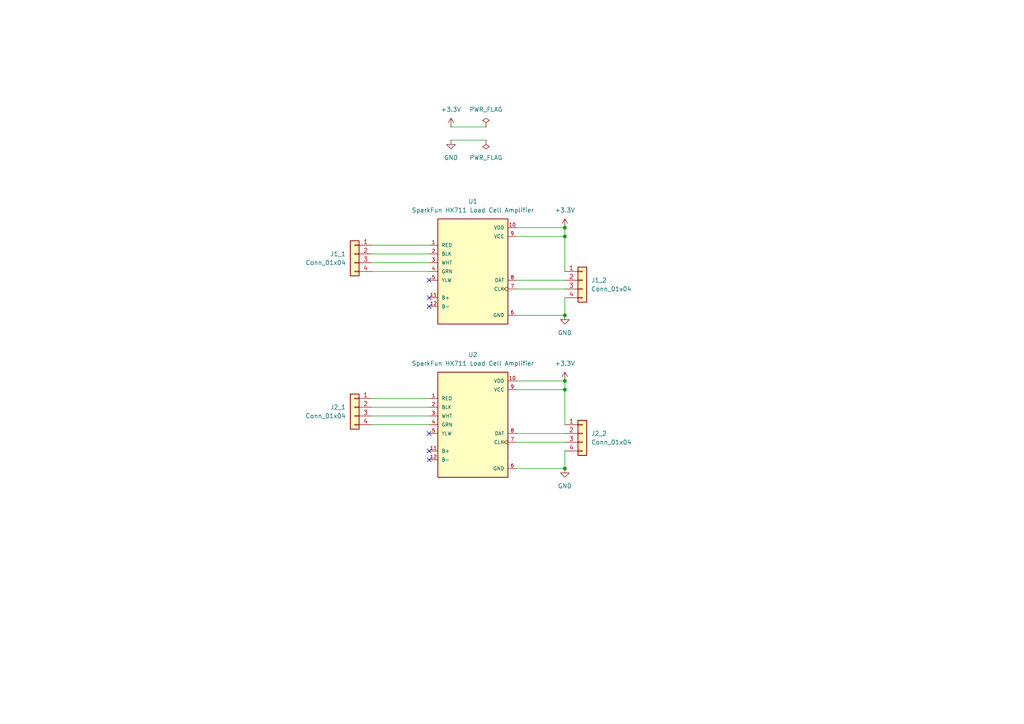
<source format=kicad_sch>
(kicad_sch
	(version 20231120)
	(generator "eeschema")
	(generator_version "8.0")
	(uuid "8f49586a-a357-465f-a327-467aa88bce75")
	(paper "A4")
	(title_block
		(title "ScaleModule")
		(date "2024-04-21")
		(rev "v0.1")
		(comment 1 "PSH Portable Smart Hangboard")
		(comment 2 "April 2024")
	)
	(lib_symbols
		(symbol "Connector_Generic:Conn_01x04"
			(pin_names
				(offset 1.016) hide)
			(exclude_from_sim no)
			(in_bom yes)
			(on_board yes)
			(property "Reference" "J"
				(at 0 5.08 0)
				(effects
					(font
						(size 1.27 1.27)
					)
				)
			)
			(property "Value" "Conn_01x04"
				(at 0 -7.62 0)
				(effects
					(font
						(size 1.27 1.27)
					)
				)
			)
			(property "Footprint" ""
				(at 0 0 0)
				(effects
					(font
						(size 1.27 1.27)
					)
					(hide yes)
				)
			)
			(property "Datasheet" "~"
				(at 0 0 0)
				(effects
					(font
						(size 1.27 1.27)
					)
					(hide yes)
				)
			)
			(property "Description" "Generic connector, single row, 01x04, script generated (kicad-library-utils/schlib/autogen/connector/)"
				(at 0 0 0)
				(effects
					(font
						(size 1.27 1.27)
					)
					(hide yes)
				)
			)
			(property "ki_keywords" "connector"
				(at 0 0 0)
				(effects
					(font
						(size 1.27 1.27)
					)
					(hide yes)
				)
			)
			(property "ki_fp_filters" "Connector*:*_1x??_*"
				(at 0 0 0)
				(effects
					(font
						(size 1.27 1.27)
					)
					(hide yes)
				)
			)
			(symbol "Conn_01x04_1_1"
				(rectangle
					(start -1.27 -4.953)
					(end 0 -5.207)
					(stroke
						(width 0.1524)
						(type default)
					)
					(fill
						(type none)
					)
				)
				(rectangle
					(start -1.27 -2.413)
					(end 0 -2.667)
					(stroke
						(width 0.1524)
						(type default)
					)
					(fill
						(type none)
					)
				)
				(rectangle
					(start -1.27 0.127)
					(end 0 -0.127)
					(stroke
						(width 0.1524)
						(type default)
					)
					(fill
						(type none)
					)
				)
				(rectangle
					(start -1.27 2.667)
					(end 0 2.413)
					(stroke
						(width 0.1524)
						(type default)
					)
					(fill
						(type none)
					)
				)
				(rectangle
					(start -1.27 3.81)
					(end 1.27 -6.35)
					(stroke
						(width 0.254)
						(type default)
					)
					(fill
						(type background)
					)
				)
				(pin passive line
					(at -5.08 2.54 0)
					(length 3.81)
					(name "Pin_1"
						(effects
							(font
								(size 1.27 1.27)
							)
						)
					)
					(number "1"
						(effects
							(font
								(size 1.27 1.27)
							)
						)
					)
				)
				(pin passive line
					(at -5.08 0 0)
					(length 3.81)
					(name "Pin_2"
						(effects
							(font
								(size 1.27 1.27)
							)
						)
					)
					(number "2"
						(effects
							(font
								(size 1.27 1.27)
							)
						)
					)
				)
				(pin passive line
					(at -5.08 -2.54 0)
					(length 3.81)
					(name "Pin_3"
						(effects
							(font
								(size 1.27 1.27)
							)
						)
					)
					(number "3"
						(effects
							(font
								(size 1.27 1.27)
							)
						)
					)
				)
				(pin passive line
					(at -5.08 -5.08 0)
					(length 3.81)
					(name "Pin_4"
						(effects
							(font
								(size 1.27 1.27)
							)
						)
					)
					(number "4"
						(effects
							(font
								(size 1.27 1.27)
							)
						)
					)
				)
			)
		)
		(symbol "SparkFun HX711 Load Cell Amplifier:SparkFun HX711 Load Cell Amplifier"
			(pin_names
				(offset 1.016)
			)
			(exclude_from_sim no)
			(in_bom yes)
			(on_board yes)
			(property "Reference" "U"
				(at -10.172 15.8938 0)
				(effects
					(font
						(size 1.27 1.27)
					)
					(justify left bottom)
				)
			)
			(property "Value" "SparkFun HX711 Load Cell Amplifier"
				(at -10.1639 -17.7868 0)
				(effects
					(font
						(size 1.27 1.27)
					)
					(justify left bottom)
				)
			)
			(property "Footprint" "SEN-13879:SPARKFUN_SEN-13879"
				(at 0 0 0)
				(effects
					(font
						(size 1.27 1.27)
					)
					(justify bottom)
					(hide yes)
				)
			)
			(property "Datasheet" ""
				(at 0 0 0)
				(effects
					(font
						(size 1.27 1.27)
					)
					(hide yes)
				)
			)
			(property "Description" ""
				(at 0 0 0)
				(effects
					(font
						(size 1.27 1.27)
					)
					(hide yes)
				)
			)
			(property "MF" "SparkFun"
				(at 0 0 0)
				(effects
					(font
						(size 1.27 1.27)
					)
					(justify bottom)
					(hide yes)
				)
			)
			(property "Description_1" "\nExternal Input Sensor Amplifier -\n"
				(at 0 0 0)
				(effects
					(font
						(size 1.27 1.27)
					)
					(justify bottom)
					(hide yes)
				)
			)
			(property "Package" "None"
				(at 0 0 0)
				(effects
					(font
						(size 1.27 1.27)
					)
					(justify bottom)
					(hide yes)
				)
			)
			(property "Price" "None"
				(at 0 0 0)
				(effects
					(font
						(size 1.27 1.27)
					)
					(justify bottom)
					(hide yes)
				)
			)
			(property "Check_prices" "https://www.snapeda.com/parts/SEN-13879/SparkFun+Electronics/view-part/?ref=eda"
				(at 0 0 0)
				(effects
					(font
						(size 1.27 1.27)
					)
					(justify bottom)
					(hide yes)
				)
			)
			(property "STANDARD" "Manufacturer Recommendations"
				(at 0 0 0)
				(effects
					(font
						(size 1.27 1.27)
					)
					(justify bottom)
					(hide yes)
				)
			)
			(property "SnapEDA_Link" "https://www.snapeda.com/parts/SEN-13879/SparkFun+Electronics/view-part/?ref=snap"
				(at 0 0 0)
				(effects
					(font
						(size 1.27 1.27)
					)
					(justify bottom)
					(hide yes)
				)
			)
			(property "MP" "SEN-13879"
				(at 0 0 0)
				(effects
					(font
						(size 1.27 1.27)
					)
					(justify bottom)
					(hide yes)
				)
			)
			(property "Purchase-URL" "https://www.snapeda.com/api/url_track_click_mouser/?unipart_id=563337&manufacturer=SparkFun&part_name=SEN-13879&search_term=hx711 load cell amplifier"
				(at 0 0 0)
				(effects
					(font
						(size 1.27 1.27)
					)
					(justify bottom)
					(hide yes)
				)
			)
			(property "Availability" "In Stock"
				(at 0 0 0)
				(effects
					(font
						(size 1.27 1.27)
					)
					(justify bottom)
					(hide yes)
				)
			)
			(property "MANUFACTURER" "SparkFun"
				(at 0 0 0)
				(effects
					(font
						(size 1.27 1.27)
					)
					(justify bottom)
					(hide yes)
				)
			)
			(symbol "SparkFun HX711 Load Cell Amplifier_0_0"
				(rectangle
					(start -10.16 -15.24)
					(end 10.16 15.24)
					(stroke
						(width 0.254)
						(type default)
					)
					(fill
						(type background)
					)
				)
				(pin bidirectional line
					(at -12.7 7.62 0)
					(length 2.54)
					(name "RED"
						(effects
							(font
								(size 1.016 1.016)
							)
						)
					)
					(number "1"
						(effects
							(font
								(size 1.016 1.016)
							)
						)
					)
				)
				(pin power_in line
					(at 12.7 12.7 180)
					(length 2.54)
					(name "VDD"
						(effects
							(font
								(size 1.016 1.016)
							)
						)
					)
					(number "10"
						(effects
							(font
								(size 1.016 1.016)
							)
						)
					)
				)
				(pin input line
					(at -12.7 -7.62 0)
					(length 2.54)
					(name "B+"
						(effects
							(font
								(size 1.016 1.016)
							)
						)
					)
					(number "11"
						(effects
							(font
								(size 1.016 1.016)
							)
						)
					)
				)
				(pin input line
					(at -12.7 -10.16 0)
					(length 2.54)
					(name "B-"
						(effects
							(font
								(size 1.016 1.016)
							)
						)
					)
					(number "12"
						(effects
							(font
								(size 1.016 1.016)
							)
						)
					)
				)
				(pin bidirectional line
					(at -12.7 5.08 0)
					(length 2.54)
					(name "BLK"
						(effects
							(font
								(size 1.016 1.016)
							)
						)
					)
					(number "2"
						(effects
							(font
								(size 1.016 1.016)
							)
						)
					)
				)
				(pin input line
					(at -12.7 2.54 0)
					(length 2.54)
					(name "WHT"
						(effects
							(font
								(size 1.016 1.016)
							)
						)
					)
					(number "3"
						(effects
							(font
								(size 1.016 1.016)
							)
						)
					)
				)
				(pin input line
					(at -12.7 0 0)
					(length 2.54)
					(name "GRN"
						(effects
							(font
								(size 1.016 1.016)
							)
						)
					)
					(number "4"
						(effects
							(font
								(size 1.016 1.016)
							)
						)
					)
				)
				(pin bidirectional line
					(at -12.7 -2.54 0)
					(length 2.54)
					(name "YLW"
						(effects
							(font
								(size 1.016 1.016)
							)
						)
					)
					(number "5"
						(effects
							(font
								(size 1.016 1.016)
							)
						)
					)
				)
				(pin power_in line
					(at 12.7 -12.7 180)
					(length 2.54)
					(name "GND"
						(effects
							(font
								(size 1.016 1.016)
							)
						)
					)
					(number "6"
						(effects
							(font
								(size 1.016 1.016)
							)
						)
					)
				)
				(pin input clock
					(at 12.7 -5.08 180)
					(length 2.54)
					(name "CLK"
						(effects
							(font
								(size 1.016 1.016)
							)
						)
					)
					(number "7"
						(effects
							(font
								(size 1.016 1.016)
							)
						)
					)
				)
				(pin output line
					(at 12.7 -2.54 180)
					(length 2.54)
					(name "DAT"
						(effects
							(font
								(size 1.016 1.016)
							)
						)
					)
					(number "8"
						(effects
							(font
								(size 1.016 1.016)
							)
						)
					)
				)
				(pin power_in line
					(at 12.7 10.16 180)
					(length 2.54)
					(name "VCC"
						(effects
							(font
								(size 1.016 1.016)
							)
						)
					)
					(number "9"
						(effects
							(font
								(size 1.016 1.016)
							)
						)
					)
				)
			)
		)
		(symbol "power:+3.3V"
			(power)
			(pin_numbers hide)
			(pin_names
				(offset 0) hide)
			(exclude_from_sim no)
			(in_bom yes)
			(on_board yes)
			(property "Reference" "#PWR"
				(at 0 -3.81 0)
				(effects
					(font
						(size 1.27 1.27)
					)
					(hide yes)
				)
			)
			(property "Value" "+3.3V"
				(at 0 3.556 0)
				(effects
					(font
						(size 1.27 1.27)
					)
				)
			)
			(property "Footprint" ""
				(at 0 0 0)
				(effects
					(font
						(size 1.27 1.27)
					)
					(hide yes)
				)
			)
			(property "Datasheet" ""
				(at 0 0 0)
				(effects
					(font
						(size 1.27 1.27)
					)
					(hide yes)
				)
			)
			(property "Description" "Power symbol creates a global label with name \"+3.3V\""
				(at 0 0 0)
				(effects
					(font
						(size 1.27 1.27)
					)
					(hide yes)
				)
			)
			(property "ki_keywords" "global power"
				(at 0 0 0)
				(effects
					(font
						(size 1.27 1.27)
					)
					(hide yes)
				)
			)
			(symbol "+3.3V_0_1"
				(polyline
					(pts
						(xy -0.762 1.27) (xy 0 2.54)
					)
					(stroke
						(width 0)
						(type default)
					)
					(fill
						(type none)
					)
				)
				(polyline
					(pts
						(xy 0 0) (xy 0 2.54)
					)
					(stroke
						(width 0)
						(type default)
					)
					(fill
						(type none)
					)
				)
				(polyline
					(pts
						(xy 0 2.54) (xy 0.762 1.27)
					)
					(stroke
						(width 0)
						(type default)
					)
					(fill
						(type none)
					)
				)
			)
			(symbol "+3.3V_1_1"
				(pin power_in line
					(at 0 0 90)
					(length 0)
					(name "~"
						(effects
							(font
								(size 1.27 1.27)
							)
						)
					)
					(number "1"
						(effects
							(font
								(size 1.27 1.27)
							)
						)
					)
				)
			)
		)
		(symbol "power:GND"
			(power)
			(pin_numbers hide)
			(pin_names
				(offset 0) hide)
			(exclude_from_sim no)
			(in_bom yes)
			(on_board yes)
			(property "Reference" "#PWR"
				(at 0 -6.35 0)
				(effects
					(font
						(size 1.27 1.27)
					)
					(hide yes)
				)
			)
			(property "Value" "GND"
				(at 0 -3.81 0)
				(effects
					(font
						(size 1.27 1.27)
					)
				)
			)
			(property "Footprint" ""
				(at 0 0 0)
				(effects
					(font
						(size 1.27 1.27)
					)
					(hide yes)
				)
			)
			(property "Datasheet" ""
				(at 0 0 0)
				(effects
					(font
						(size 1.27 1.27)
					)
					(hide yes)
				)
			)
			(property "Description" "Power symbol creates a global label with name \"GND\" , ground"
				(at 0 0 0)
				(effects
					(font
						(size 1.27 1.27)
					)
					(hide yes)
				)
			)
			(property "ki_keywords" "global power"
				(at 0 0 0)
				(effects
					(font
						(size 1.27 1.27)
					)
					(hide yes)
				)
			)
			(symbol "GND_0_1"
				(polyline
					(pts
						(xy 0 0) (xy 0 -1.27) (xy 1.27 -1.27) (xy 0 -2.54) (xy -1.27 -1.27) (xy 0 -1.27)
					)
					(stroke
						(width 0)
						(type default)
					)
					(fill
						(type none)
					)
				)
			)
			(symbol "GND_1_1"
				(pin power_in line
					(at 0 0 270)
					(length 0)
					(name "~"
						(effects
							(font
								(size 1.27 1.27)
							)
						)
					)
					(number "1"
						(effects
							(font
								(size 1.27 1.27)
							)
						)
					)
				)
			)
		)
		(symbol "power:PWR_FLAG"
			(power)
			(pin_numbers hide)
			(pin_names
				(offset 0) hide)
			(exclude_from_sim no)
			(in_bom yes)
			(on_board yes)
			(property "Reference" "#FLG"
				(at 0 1.905 0)
				(effects
					(font
						(size 1.27 1.27)
					)
					(hide yes)
				)
			)
			(property "Value" "PWR_FLAG"
				(at 0 3.81 0)
				(effects
					(font
						(size 1.27 1.27)
					)
				)
			)
			(property "Footprint" ""
				(at 0 0 0)
				(effects
					(font
						(size 1.27 1.27)
					)
					(hide yes)
				)
			)
			(property "Datasheet" "~"
				(at 0 0 0)
				(effects
					(font
						(size 1.27 1.27)
					)
					(hide yes)
				)
			)
			(property "Description" "Special symbol for telling ERC where power comes from"
				(at 0 0 0)
				(effects
					(font
						(size 1.27 1.27)
					)
					(hide yes)
				)
			)
			(property "ki_keywords" "flag power"
				(at 0 0 0)
				(effects
					(font
						(size 1.27 1.27)
					)
					(hide yes)
				)
			)
			(symbol "PWR_FLAG_0_0"
				(pin power_out line
					(at 0 0 90)
					(length 0)
					(name "~"
						(effects
							(font
								(size 1.27 1.27)
							)
						)
					)
					(number "1"
						(effects
							(font
								(size 1.27 1.27)
							)
						)
					)
				)
			)
			(symbol "PWR_FLAG_0_1"
				(polyline
					(pts
						(xy 0 0) (xy 0 1.27) (xy -1.016 1.905) (xy 0 2.54) (xy 1.016 1.905) (xy 0 1.27)
					)
					(stroke
						(width 0)
						(type default)
					)
					(fill
						(type none)
					)
				)
			)
		)
	)
	(junction
		(at 163.83 113.03)
		(diameter 0)
		(color 0 0 0 0)
		(uuid "378bf131-56b2-4407-a69f-2666c382e497")
	)
	(junction
		(at 163.83 91.44)
		(diameter 0)
		(color 0 0 0 0)
		(uuid "a168c438-5766-4ab2-8aa4-9fc6b80c39e5")
	)
	(junction
		(at 163.83 110.49)
		(diameter 0)
		(color 0 0 0 0)
		(uuid "b1d83d0d-8e87-461d-854e-e17faa81ea33")
	)
	(junction
		(at 163.83 135.89)
		(diameter 0)
		(color 0 0 0 0)
		(uuid "c2fc6f20-000a-45e6-8b85-4cb2d143e006")
	)
	(junction
		(at 163.83 68.58)
		(diameter 0)
		(color 0 0 0 0)
		(uuid "df3e998d-f99e-4513-9d6a-d5b44d69e87d")
	)
	(junction
		(at 163.83 66.04)
		(diameter 0)
		(color 0 0 0 0)
		(uuid "f75cf060-8ae3-4e8d-98fc-ec499dc5d2a2")
	)
	(no_connect
		(at 124.46 86.36)
		(uuid "0289b8ec-3da3-44e7-84bc-b6f7645bc47e")
	)
	(no_connect
		(at 124.46 133.35)
		(uuid "0471f4a5-7091-48e9-80ec-0f14f4a4e311")
	)
	(no_connect
		(at 124.46 130.81)
		(uuid "2de08cba-fd70-42ac-a5fb-b82d4b2a3145")
	)
	(no_connect
		(at 124.46 125.73)
		(uuid "36e15ae0-28ba-4bc1-8e7f-27d648ae5892")
	)
	(no_connect
		(at 124.46 88.9)
		(uuid "b1251d37-6bb4-4029-ad94-d6dae318e75b")
	)
	(no_connect
		(at 124.46 81.28)
		(uuid "b75b1ff4-bad4-4159-8636-c77fef0ea2b6")
	)
	(wire
		(pts
			(xy 107.95 73.66) (xy 124.46 73.66)
		)
		(stroke
			(width 0)
			(type default)
		)
		(uuid "01c92b24-0531-4f84-ac4d-9f7df4e4dbd6")
	)
	(wire
		(pts
			(xy 149.86 113.03) (xy 163.83 113.03)
		)
		(stroke
			(width 0)
			(type default)
		)
		(uuid "0876bef9-6b61-43a0-83bf-fa631ddc224a")
	)
	(wire
		(pts
			(xy 149.86 135.89) (xy 163.83 135.89)
		)
		(stroke
			(width 0)
			(type default)
		)
		(uuid "0891e1d6-4b5a-4ab1-896d-a34c03991c4a")
	)
	(wire
		(pts
			(xy 149.86 128.27) (xy 163.83 128.27)
		)
		(stroke
			(width 0)
			(type default)
		)
		(uuid "0f475177-7945-43fc-9b04-7a81797e3894")
	)
	(wire
		(pts
			(xy 107.95 123.19) (xy 124.46 123.19)
		)
		(stroke
			(width 0)
			(type default)
		)
		(uuid "255e880c-1c4e-4a90-bdfa-3c4269fb8ff8")
	)
	(wire
		(pts
			(xy 163.83 68.58) (xy 163.83 66.04)
		)
		(stroke
			(width 0)
			(type default)
		)
		(uuid "386352e4-0631-49a9-837e-c96fbda04ab7")
	)
	(wire
		(pts
			(xy 149.86 110.49) (xy 163.83 110.49)
		)
		(stroke
			(width 0)
			(type default)
		)
		(uuid "3fc7535c-6845-47b8-8481-2f27cf561bba")
	)
	(wire
		(pts
			(xy 107.95 78.74) (xy 124.46 78.74)
		)
		(stroke
			(width 0)
			(type default)
		)
		(uuid "44309f33-03f0-4ded-ac5e-ddd62bd07858")
	)
	(wire
		(pts
			(xy 140.97 40.64) (xy 130.81 40.64)
		)
		(stroke
			(width 0)
			(type default)
		)
		(uuid "55702232-8314-4e0e-a1ce-ddbece816d67")
	)
	(wire
		(pts
			(xy 149.86 125.73) (xy 163.83 125.73)
		)
		(stroke
			(width 0)
			(type default)
		)
		(uuid "55c1d65a-da65-4b65-a172-24143c5fbf2f")
	)
	(wire
		(pts
			(xy 107.95 71.12) (xy 124.46 71.12)
		)
		(stroke
			(width 0)
			(type default)
		)
		(uuid "5970c0ab-79aa-4d6c-a655-1ea84674428a")
	)
	(wire
		(pts
			(xy 149.86 66.04) (xy 163.83 66.04)
		)
		(stroke
			(width 0)
			(type default)
		)
		(uuid "5cbd2778-bf52-4f81-8885-4f5e182b6548")
	)
	(wire
		(pts
			(xy 140.97 36.83) (xy 130.81 36.83)
		)
		(stroke
			(width 0)
			(type default)
		)
		(uuid "5e6e930e-6b50-40f6-9c7f-199f05270a54")
	)
	(wire
		(pts
			(xy 107.95 115.57) (xy 124.46 115.57)
		)
		(stroke
			(width 0)
			(type default)
		)
		(uuid "63656441-1e1b-4c74-901f-a472301cdb37")
	)
	(wire
		(pts
			(xy 163.83 86.36) (xy 163.83 91.44)
		)
		(stroke
			(width 0)
			(type default)
		)
		(uuid "63addfd0-90c3-4d0b-b282-19b83fcaa766")
	)
	(wire
		(pts
			(xy 163.83 130.81) (xy 163.83 135.89)
		)
		(stroke
			(width 0)
			(type default)
		)
		(uuid "66db7138-f009-49a6-9639-ecba4084885e")
	)
	(wire
		(pts
			(xy 107.95 76.2) (xy 124.46 76.2)
		)
		(stroke
			(width 0)
			(type default)
		)
		(uuid "6adc3feb-211b-4901-8816-cf00f25c91fd")
	)
	(wire
		(pts
			(xy 149.86 91.44) (xy 163.83 91.44)
		)
		(stroke
			(width 0)
			(type default)
		)
		(uuid "72398f73-d5d7-43c5-8428-438c0b933b0d")
	)
	(wire
		(pts
			(xy 107.95 118.11) (xy 124.46 118.11)
		)
		(stroke
			(width 0)
			(type default)
		)
		(uuid "725e9365-8036-4369-a390-fe6bf01c86cb")
	)
	(wire
		(pts
			(xy 149.86 81.28) (xy 163.83 81.28)
		)
		(stroke
			(width 0)
			(type default)
		)
		(uuid "725f617b-2a4c-47e1-a567-3df9d2361fb6")
	)
	(wire
		(pts
			(xy 163.83 113.03) (xy 163.83 123.19)
		)
		(stroke
			(width 0)
			(type default)
		)
		(uuid "87892b63-dec1-4f0c-987f-692c0607f0c6")
	)
	(wire
		(pts
			(xy 163.83 110.49) (xy 163.83 113.03)
		)
		(stroke
			(width 0)
			(type default)
		)
		(uuid "c3b39e6c-659b-4863-99b1-4c0734fcf6c2")
	)
	(wire
		(pts
			(xy 149.86 83.82) (xy 163.83 83.82)
		)
		(stroke
			(width 0)
			(type default)
		)
		(uuid "ced81402-dea2-4a9c-86f4-cf2a2d8b45f8")
	)
	(wire
		(pts
			(xy 163.83 78.74) (xy 163.83 68.58)
		)
		(stroke
			(width 0)
			(type default)
		)
		(uuid "d5fe04be-ea72-4da4-919e-543320f6d7f0")
	)
	(wire
		(pts
			(xy 107.95 120.65) (xy 124.46 120.65)
		)
		(stroke
			(width 0)
			(type default)
		)
		(uuid "e701de8b-f9d8-43a8-ad22-173734050e7b")
	)
	(wire
		(pts
			(xy 149.86 68.58) (xy 163.83 68.58)
		)
		(stroke
			(width 0)
			(type default)
		)
		(uuid "f850dfde-be39-4cec-9fce-53cb2a07d89d")
	)
	(symbol
		(lib_id "power:+3.3V")
		(at 130.81 36.83 0)
		(unit 1)
		(exclude_from_sim no)
		(in_bom yes)
		(on_board yes)
		(dnp no)
		(fields_autoplaced yes)
		(uuid "44e1c747-c65d-4e3e-bfb2-fe5088bf0ac1")
		(property "Reference" "#PWR01"
			(at 130.81 40.64 0)
			(effects
				(font
					(size 1.27 1.27)
				)
				(hide yes)
			)
		)
		(property "Value" "+3.3V"
			(at 130.81 31.75 0)
			(effects
				(font
					(size 1.27 1.27)
				)
			)
		)
		(property "Footprint" ""
			(at 130.81 36.83 0)
			(effects
				(font
					(size 1.27 1.27)
				)
				(hide yes)
			)
		)
		(property "Datasheet" ""
			(at 130.81 36.83 0)
			(effects
				(font
					(size 1.27 1.27)
				)
				(hide yes)
			)
		)
		(property "Description" "Power symbol creates a global label with name \"+3.3V\""
			(at 130.81 36.83 0)
			(effects
				(font
					(size 1.27 1.27)
				)
				(hide yes)
			)
		)
		(pin "1"
			(uuid "94eec614-2c53-4fa2-acfd-2fbe4bacf96e")
		)
		(instances
			(project "ScaleModule"
				(path "/8f49586a-a357-465f-a327-467aa88bce75"
					(reference "#PWR01")
					(unit 1)
				)
			)
		)
	)
	(symbol
		(lib_id "Connector_Generic:Conn_01x04")
		(at 168.91 81.28 0)
		(unit 1)
		(exclude_from_sim no)
		(in_bom yes)
		(on_board yes)
		(dnp no)
		(fields_autoplaced yes)
		(uuid "4f8b8a61-2d56-4bcf-8bea-2727de4f00cc")
		(property "Reference" "J1_2"
			(at 171.45 81.2799 0)
			(effects
				(font
					(size 1.27 1.27)
				)
				(justify left)
			)
		)
		(property "Value" "Conn_01x04"
			(at 171.45 83.8199 0)
			(effects
				(font
					(size 1.27 1.27)
				)
				(justify left)
			)
		)
		(property "Footprint" "Connector_JST:JST_XH_B4B-XH-A_1x04_P2.50mm_Vertical"
			(at 168.91 81.28 0)
			(effects
				(font
					(size 1.27 1.27)
				)
				(hide yes)
			)
		)
		(property "Datasheet" "~"
			(at 168.91 81.28 0)
			(effects
				(font
					(size 1.27 1.27)
				)
				(hide yes)
			)
		)
		(property "Description" "Generic connector, single row, 01x04, script generated (kicad-library-utils/schlib/autogen/connector/)"
			(at 168.91 81.28 0)
			(effects
				(font
					(size 1.27 1.27)
				)
				(hide yes)
			)
		)
		(property "MAXIMUM_PACKAGE_HEIGHT" ""
			(at 168.91 81.28 0)
			(effects
				(font
					(size 1.27 1.27)
				)
				(hide yes)
			)
		)
		(property "PARTREV" ""
			(at 168.91 81.28 0)
			(effects
				(font
					(size 1.27 1.27)
				)
				(hide yes)
			)
		)
		(pin "1"
			(uuid "79122bae-dbfe-4276-a119-b01355e6310b")
		)
		(pin "4"
			(uuid "970c6a8f-0d93-41ee-b2da-97b96ebc5c52")
		)
		(pin "3"
			(uuid "92a0d631-1573-4aac-b008-36c5c8c46625")
		)
		(pin "2"
			(uuid "47ddc071-4e21-43c6-a4da-8a4424458a0a")
		)
		(instances
			(project "ScaleModule"
				(path "/8f49586a-a357-465f-a327-467aa88bce75"
					(reference "J1_2")
					(unit 1)
				)
			)
		)
	)
	(symbol
		(lib_id "Connector_Generic:Conn_01x04")
		(at 168.91 125.73 0)
		(unit 1)
		(exclude_from_sim no)
		(in_bom yes)
		(on_board yes)
		(dnp no)
		(fields_autoplaced yes)
		(uuid "52f276e1-6615-4616-b7fd-f18dd4b3c95a")
		(property "Reference" "J2_2"
			(at 171.45 125.7299 0)
			(effects
				(font
					(size 1.27 1.27)
				)
				(justify left)
			)
		)
		(property "Value" "Conn_01x04"
			(at 171.45 128.2699 0)
			(effects
				(font
					(size 1.27 1.27)
				)
				(justify left)
			)
		)
		(property "Footprint" "Connector_JST:JST_XH_B4B-XH-A_1x04_P2.50mm_Vertical"
			(at 168.91 125.73 0)
			(effects
				(font
					(size 1.27 1.27)
				)
				(hide yes)
			)
		)
		(property "Datasheet" "~"
			(at 168.91 125.73 0)
			(effects
				(font
					(size 1.27 1.27)
				)
				(hide yes)
			)
		)
		(property "Description" "Generic connector, single row, 01x04, script generated (kicad-library-utils/schlib/autogen/connector/)"
			(at 168.91 125.73 0)
			(effects
				(font
					(size 1.27 1.27)
				)
				(hide yes)
			)
		)
		(property "MAXIMUM_PACKAGE_HEIGHT" ""
			(at 168.91 125.73 0)
			(effects
				(font
					(size 1.27 1.27)
				)
				(hide yes)
			)
		)
		(property "PARTREV" ""
			(at 168.91 125.73 0)
			(effects
				(font
					(size 1.27 1.27)
				)
				(hide yes)
			)
		)
		(pin "3"
			(uuid "effd0d4e-cded-44db-9260-dd07a15e6766")
		)
		(pin "2"
			(uuid "7a948410-c371-4b26-af60-3753c330774e")
		)
		(pin "1"
			(uuid "5b155a65-2b76-4e6d-905b-5710b1e4ee59")
		)
		(pin "4"
			(uuid "90d9d830-c202-4a39-83e4-02bfc368abfe")
		)
		(instances
			(project "ScaleModule"
				(path "/8f49586a-a357-465f-a327-467aa88bce75"
					(reference "J2_2")
					(unit 1)
				)
			)
		)
	)
	(symbol
		(lib_id "SparkFun HX711 Load Cell Amplifier:SparkFun HX711 Load Cell Amplifier")
		(at 137.16 123.19 0)
		(unit 1)
		(exclude_from_sim no)
		(in_bom yes)
		(on_board yes)
		(dnp no)
		(uuid "5b72f076-06ee-4772-bf15-c75875dc4f38")
		(property "Reference" "U2"
			(at 137.16 102.87 0)
			(effects
				(font
					(size 1.27 1.27)
				)
			)
		)
		(property "Value" "SparkFun HX711 Load Cell Amplifier"
			(at 137.16 105.41 0)
			(effects
				(font
					(size 1.27 1.27)
				)
			)
		)
		(property "Footprint" "Footprints:SparkFun HX711 Load Cell Amplifier"
			(at 137.16 123.19 0)
			(effects
				(font
					(size 1.27 1.27)
				)
				(justify bottom)
				(hide yes)
			)
		)
		(property "Datasheet" ""
			(at 137.16 123.19 0)
			(effects
				(font
					(size 1.27 1.27)
				)
				(hide yes)
			)
		)
		(property "Description" ""
			(at 137.16 123.19 0)
			(effects
				(font
					(size 1.27 1.27)
				)
				(hide yes)
			)
		)
		(property "MF" "SparkFun"
			(at 137.16 123.19 0)
			(effects
				(font
					(size 1.27 1.27)
				)
				(justify bottom)
				(hide yes)
			)
		)
		(property "Description_1" "\nExternal Input Sensor Amplifier -\n"
			(at 137.16 123.19 0)
			(effects
				(font
					(size 1.27 1.27)
				)
				(justify bottom)
				(hide yes)
			)
		)
		(property "Package" "None"
			(at 137.16 123.19 0)
			(effects
				(font
					(size 1.27 1.27)
				)
				(justify bottom)
				(hide yes)
			)
		)
		(property "Price" "None"
			(at 137.16 123.19 0)
			(effects
				(font
					(size 1.27 1.27)
				)
				(justify bottom)
				(hide yes)
			)
		)
		(property "Check_prices" "https://www.snapeda.com/parts/SEN-13879/SparkFun+Electronics/view-part/?ref=eda"
			(at 137.16 123.19 0)
			(effects
				(font
					(size 1.27 1.27)
				)
				(justify bottom)
				(hide yes)
			)
		)
		(property "STANDARD" "Manufacturer Recommendations"
			(at 137.16 123.19 0)
			(effects
				(font
					(size 1.27 1.27)
				)
				(justify bottom)
				(hide yes)
			)
		)
		(property "SnapEDA_Link" "https://www.snapeda.com/parts/SEN-13879/SparkFun+Electronics/view-part/?ref=snap"
			(at 137.16 123.19 0)
			(effects
				(font
					(size 1.27 1.27)
				)
				(justify bottom)
				(hide yes)
			)
		)
		(property "MP" "SEN-13879"
			(at 137.16 123.19 0)
			(effects
				(font
					(size 1.27 1.27)
				)
				(justify bottom)
				(hide yes)
			)
		)
		(property "Purchase-URL" "https://www.snapeda.com/api/url_track_click_mouser/?unipart_id=563337&manufacturer=SparkFun&part_name=SEN-13879&search_term=hx711 load cell amplifier"
			(at 137.16 123.19 0)
			(effects
				(font
					(size 1.27 1.27)
				)
				(justify bottom)
				(hide yes)
			)
		)
		(property "Availability" "In Stock"
			(at 137.16 123.19 0)
			(effects
				(font
					(size 1.27 1.27)
				)
				(justify bottom)
				(hide yes)
			)
		)
		(property "MANUFACTURER" "SparkFun"
			(at 137.16 123.19 0)
			(effects
				(font
					(size 1.27 1.27)
				)
				(justify bottom)
				(hide yes)
			)
		)
		(property "MAXIMUM_PACKAGE_HEIGHT" ""
			(at 137.16 123.19 0)
			(effects
				(font
					(size 1.27 1.27)
				)
				(hide yes)
			)
		)
		(property "PARTREV" ""
			(at 137.16 123.19 0)
			(effects
				(font
					(size 1.27 1.27)
				)
				(hide yes)
			)
		)
		(pin "9"
			(uuid "0e2b438f-d470-456f-b476-896020fd8416")
		)
		(pin "11"
			(uuid "9fd27c0c-69b2-43f0-9761-2fd22a2df237")
		)
		(pin "10"
			(uuid "b1decf19-b3fa-4fef-b65d-c463100200fd")
		)
		(pin "5"
			(uuid "0d958373-2e74-499b-9c11-a45824eebbbe")
		)
		(pin "3"
			(uuid "691e8fe6-9f27-4bf5-bd5b-b77a3ec9f0dc")
		)
		(pin "4"
			(uuid "ee62c276-a5e6-4a6a-8ac7-9cff35fa41db")
		)
		(pin "8"
			(uuid "0e21ab39-776a-491e-ac56-60af1b89a0ec")
		)
		(pin "2"
			(uuid "0f1860b0-1f91-4d21-9b02-6c049a021882")
		)
		(pin "12"
			(uuid "f592ffba-e27b-421a-a35e-b50a6600f1a8")
		)
		(pin "1"
			(uuid "6188219d-75ee-4fc7-97cf-eb171ff39e16")
		)
		(pin "7"
			(uuid "344a32c6-b194-4fba-a2c1-3589f2a59108")
		)
		(pin "6"
			(uuid "a096b669-b143-42df-b87d-a9d697fcaa9b")
		)
		(instances
			(project "ScaleModule"
				(path "/8f49586a-a357-465f-a327-467aa88bce75"
					(reference "U2")
					(unit 1)
				)
			)
		)
	)
	(symbol
		(lib_id "Connector_Generic:Conn_01x04")
		(at 102.87 73.66 0)
		(mirror y)
		(unit 1)
		(exclude_from_sim no)
		(in_bom yes)
		(on_board yes)
		(dnp no)
		(uuid "6acb5830-4f0d-4bbe-9c6b-1a9ee38d001f")
		(property "Reference" "J1_1"
			(at 100.33 73.6599 0)
			(effects
				(font
					(size 1.27 1.27)
				)
				(justify left)
			)
		)
		(property "Value" "Conn_01x04"
			(at 100.33 76.1999 0)
			(effects
				(font
					(size 1.27 1.27)
				)
				(justify left)
			)
		)
		(property "Footprint" "Connector_JST:JST_XH_B4B-XH-A_1x04_P2.50mm_Vertical"
			(at 102.87 73.66 0)
			(effects
				(font
					(size 1.27 1.27)
				)
				(hide yes)
			)
		)
		(property "Datasheet" "~"
			(at 102.87 73.66 0)
			(effects
				(font
					(size 1.27 1.27)
				)
				(hide yes)
			)
		)
		(property "Description" "Generic connector, single row, 01x04, script generated (kicad-library-utils/schlib/autogen/connector/)"
			(at 102.87 73.66 0)
			(effects
				(font
					(size 1.27 1.27)
				)
				(hide yes)
			)
		)
		(property "MAXIMUM_PACKAGE_HEIGHT" ""
			(at 102.87 73.66 0)
			(effects
				(font
					(size 1.27 1.27)
				)
				(hide yes)
			)
		)
		(property "PARTREV" ""
			(at 102.87 73.66 0)
			(effects
				(font
					(size 1.27 1.27)
				)
				(hide yes)
			)
		)
		(pin "2"
			(uuid "c13dc99a-a519-410d-8219-6e419f3ac42a")
		)
		(pin "3"
			(uuid "46802b1f-ad9c-4332-a9e5-b123d6859d9f")
		)
		(pin "4"
			(uuid "afb4f294-523f-4c27-b733-1a086f887a65")
		)
		(pin "1"
			(uuid "ea828660-3faf-4f80-9288-3138317c56c8")
		)
		(instances
			(project "ScaleModule"
				(path "/8f49586a-a357-465f-a327-467aa88bce75"
					(reference "J1_1")
					(unit 1)
				)
			)
		)
	)
	(symbol
		(lib_id "power:GND")
		(at 163.83 135.89 0)
		(unit 1)
		(exclude_from_sim no)
		(in_bom yes)
		(on_board yes)
		(dnp no)
		(fields_autoplaced yes)
		(uuid "79352802-b571-4f53-8786-9795e0782667")
		(property "Reference" "#PWR06"
			(at 163.83 142.24 0)
			(effects
				(font
					(size 1.27 1.27)
				)
				(hide yes)
			)
		)
		(property "Value" "GND"
			(at 163.83 140.97 0)
			(effects
				(font
					(size 1.27 1.27)
				)
			)
		)
		(property "Footprint" ""
			(at 163.83 135.89 0)
			(effects
				(font
					(size 1.27 1.27)
				)
				(hide yes)
			)
		)
		(property "Datasheet" ""
			(at 163.83 135.89 0)
			(effects
				(font
					(size 1.27 1.27)
				)
				(hide yes)
			)
		)
		(property "Description" "Power symbol creates a global label with name \"GND\" , ground"
			(at 163.83 135.89 0)
			(effects
				(font
					(size 1.27 1.27)
				)
				(hide yes)
			)
		)
		(pin "1"
			(uuid "56a20444-ab1f-40eb-bf85-5c9d77c7d039")
		)
		(instances
			(project "ScaleModule"
				(path "/8f49586a-a357-465f-a327-467aa88bce75"
					(reference "#PWR06")
					(unit 1)
				)
			)
		)
	)
	(symbol
		(lib_id "power:+3.3V")
		(at 163.83 66.04 0)
		(unit 1)
		(exclude_from_sim no)
		(in_bom yes)
		(on_board yes)
		(dnp no)
		(fields_autoplaced yes)
		(uuid "909a1dc6-8dde-4b71-b9ce-05fb0910eb59")
		(property "Reference" "#PWR03"
			(at 163.83 69.85 0)
			(effects
				(font
					(size 1.27 1.27)
				)
				(hide yes)
			)
		)
		(property "Value" "+3.3V"
			(at 163.83 60.96 0)
			(effects
				(font
					(size 1.27 1.27)
				)
			)
		)
		(property "Footprint" ""
			(at 163.83 66.04 0)
			(effects
				(font
					(size 1.27 1.27)
				)
				(hide yes)
			)
		)
		(property "Datasheet" ""
			(at 163.83 66.04 0)
			(effects
				(font
					(size 1.27 1.27)
				)
				(hide yes)
			)
		)
		(property "Description" "Power symbol creates a global label with name \"+3.3V\""
			(at 163.83 66.04 0)
			(effects
				(font
					(size 1.27 1.27)
				)
				(hide yes)
			)
		)
		(pin "1"
			(uuid "e0a0ec9b-2638-41ff-8e8d-210822394a8e")
		)
		(instances
			(project "ScaleModule"
				(path "/8f49586a-a357-465f-a327-467aa88bce75"
					(reference "#PWR03")
					(unit 1)
				)
			)
		)
	)
	(symbol
		(lib_id "SparkFun HX711 Load Cell Amplifier:SparkFun HX711 Load Cell Amplifier")
		(at 137.16 78.74 0)
		(unit 1)
		(exclude_from_sim no)
		(in_bom yes)
		(on_board yes)
		(dnp no)
		(uuid "980e519a-e0a5-4591-8f4f-77af84591e2e")
		(property "Reference" "U1"
			(at 137.16 58.42 0)
			(effects
				(font
					(size 1.27 1.27)
				)
			)
		)
		(property "Value" "SparkFun HX711 Load Cell Amplifier"
			(at 137.16 60.96 0)
			(effects
				(font
					(size 1.27 1.27)
				)
			)
		)
		(property "Footprint" "Footprints:SparkFun HX711 Load Cell Amplifier"
			(at 137.16 78.74 0)
			(effects
				(font
					(size 1.27 1.27)
				)
				(justify bottom)
				(hide yes)
			)
		)
		(property "Datasheet" ""
			(at 137.16 78.74 0)
			(effects
				(font
					(size 1.27 1.27)
				)
				(hide yes)
			)
		)
		(property "Description" ""
			(at 137.16 78.74 0)
			(effects
				(font
					(size 1.27 1.27)
				)
				(hide yes)
			)
		)
		(property "MF" "SparkFun"
			(at 137.16 78.74 0)
			(effects
				(font
					(size 1.27 1.27)
				)
				(justify bottom)
				(hide yes)
			)
		)
		(property "Description_1" "\nExternal Input Sensor Amplifier -\n"
			(at 137.16 78.74 0)
			(effects
				(font
					(size 1.27 1.27)
				)
				(justify bottom)
				(hide yes)
			)
		)
		(property "Package" "None"
			(at 137.16 78.74 0)
			(effects
				(font
					(size 1.27 1.27)
				)
				(justify bottom)
				(hide yes)
			)
		)
		(property "Price" "None"
			(at 137.16 78.74 0)
			(effects
				(font
					(size 1.27 1.27)
				)
				(justify bottom)
				(hide yes)
			)
		)
		(property "Check_prices" "https://www.snapeda.com/parts/SEN-13879/SparkFun+Electronics/view-part/?ref=eda"
			(at 137.16 78.74 0)
			(effects
				(font
					(size 1.27 1.27)
				)
				(justify bottom)
				(hide yes)
			)
		)
		(property "STANDARD" "Manufacturer Recommendations"
			(at 137.16 78.74 0)
			(effects
				(font
					(size 1.27 1.27)
				)
				(justify bottom)
				(hide yes)
			)
		)
		(property "SnapEDA_Link" "https://www.snapeda.com/parts/SEN-13879/SparkFun+Electronics/view-part/?ref=snap"
			(at 137.16 78.74 0)
			(effects
				(font
					(size 1.27 1.27)
				)
				(justify bottom)
				(hide yes)
			)
		)
		(property "MP" "SEN-13879"
			(at 137.16 78.74 0)
			(effects
				(font
					(size 1.27 1.27)
				)
				(justify bottom)
				(hide yes)
			)
		)
		(property "Purchase-URL" "https://www.snapeda.com/api/url_track_click_mouser/?unipart_id=563337&manufacturer=SparkFun&part_name=SEN-13879&search_term=hx711 load cell amplifier"
			(at 137.16 78.74 0)
			(effects
				(font
					(size 1.27 1.27)
				)
				(justify bottom)
				(hide yes)
			)
		)
		(property "Availability" "In Stock"
			(at 137.16 78.74 0)
			(effects
				(font
					(size 1.27 1.27)
				)
				(justify bottom)
				(hide yes)
			)
		)
		(property "MANUFACTURER" "SparkFun"
			(at 137.16 78.74 0)
			(effects
				(font
					(size 1.27 1.27)
				)
				(justify bottom)
				(hide yes)
			)
		)
		(property "MAXIMUM_PACKAGE_HEIGHT" ""
			(at 137.16 78.74 0)
			(effects
				(font
					(size 1.27 1.27)
				)
				(hide yes)
			)
		)
		(property "PARTREV" ""
			(at 137.16 78.74 0)
			(effects
				(font
					(size 1.27 1.27)
				)
				(hide yes)
			)
		)
		(pin "5"
			(uuid "0603843e-10e0-417e-81e1-44a59aca5a14")
		)
		(pin "1"
			(uuid "d9711f24-a51a-444d-a5a5-eb8adcf8bd57")
		)
		(pin "11"
			(uuid "d1f57634-616d-4846-b464-9c1774637064")
		)
		(pin "7"
			(uuid "d2848eb3-7bcf-4d12-b74b-fc628fa550c3")
		)
		(pin "12"
			(uuid "6cc22d51-5975-4655-b4e9-15403dc319be")
		)
		(pin "4"
			(uuid "14478468-7d4e-41a4-af65-bcaba70799ad")
		)
		(pin "2"
			(uuid "764df217-c31c-482d-b394-da924f90cc35")
		)
		(pin "6"
			(uuid "25886379-0a1b-4ba2-821b-2008b56ea91c")
		)
		(pin "9"
			(uuid "64f1f8bf-adc2-4f6a-b718-5d4611fb4d2b")
		)
		(pin "8"
			(uuid "3e10091d-a4a1-49d3-b269-67851cd6c466")
		)
		(pin "3"
			(uuid "44de256d-8e28-4330-ba10-85337c2b534a")
		)
		(pin "10"
			(uuid "fe55e096-9c7f-494c-bb98-7414d0d20828")
		)
		(instances
			(project "ScaleModule"
				(path "/8f49586a-a357-465f-a327-467aa88bce75"
					(reference "U1")
					(unit 1)
				)
			)
		)
	)
	(symbol
		(lib_id "power:GND")
		(at 163.83 91.44 0)
		(unit 1)
		(exclude_from_sim no)
		(in_bom yes)
		(on_board yes)
		(dnp no)
		(fields_autoplaced yes)
		(uuid "ac206e75-eb23-400a-ae35-607acf727a73")
		(property "Reference" "#PWR04"
			(at 163.83 97.79 0)
			(effects
				(font
					(size 1.27 1.27)
				)
				(hide yes)
			)
		)
		(property "Value" "GND"
			(at 163.83 96.52 0)
			(effects
				(font
					(size 1.27 1.27)
				)
			)
		)
		(property "Footprint" ""
			(at 163.83 91.44 0)
			(effects
				(font
					(size 1.27 1.27)
				)
				(hide yes)
			)
		)
		(property "Datasheet" ""
			(at 163.83 91.44 0)
			(effects
				(font
					(size 1.27 1.27)
				)
				(hide yes)
			)
		)
		(property "Description" "Power symbol creates a global label with name \"GND\" , ground"
			(at 163.83 91.44 0)
			(effects
				(font
					(size 1.27 1.27)
				)
				(hide yes)
			)
		)
		(pin "1"
			(uuid "f766f7c7-6727-4ef8-b617-8794c1b6ae81")
		)
		(instances
			(project "ScaleModule"
				(path "/8f49586a-a357-465f-a327-467aa88bce75"
					(reference "#PWR04")
					(unit 1)
				)
			)
		)
	)
	(symbol
		(lib_id "power:+3.3V")
		(at 163.83 110.49 0)
		(unit 1)
		(exclude_from_sim no)
		(in_bom yes)
		(on_board yes)
		(dnp no)
		(fields_autoplaced yes)
		(uuid "d21c4b63-e61f-4065-b743-5aee77746f61")
		(property "Reference" "#PWR05"
			(at 163.83 114.3 0)
			(effects
				(font
					(size 1.27 1.27)
				)
				(hide yes)
			)
		)
		(property "Value" "+3.3V"
			(at 163.83 105.41 0)
			(effects
				(font
					(size 1.27 1.27)
				)
			)
		)
		(property "Footprint" ""
			(at 163.83 110.49 0)
			(effects
				(font
					(size 1.27 1.27)
				)
				(hide yes)
			)
		)
		(property "Datasheet" ""
			(at 163.83 110.49 0)
			(effects
				(font
					(size 1.27 1.27)
				)
				(hide yes)
			)
		)
		(property "Description" "Power symbol creates a global label with name \"+3.3V\""
			(at 163.83 110.49 0)
			(effects
				(font
					(size 1.27 1.27)
				)
				(hide yes)
			)
		)
		(pin "1"
			(uuid "d15087d7-4731-464c-8e78-c23108712312")
		)
		(instances
			(project "ScaleModule"
				(path "/8f49586a-a357-465f-a327-467aa88bce75"
					(reference "#PWR05")
					(unit 1)
				)
			)
		)
	)
	(symbol
		(lib_id "Connector_Generic:Conn_01x04")
		(at 102.87 118.11 0)
		(mirror y)
		(unit 1)
		(exclude_from_sim no)
		(in_bom yes)
		(on_board yes)
		(dnp no)
		(uuid "f4a2a9d2-c1c6-40ce-8ac0-1d3ec3616142")
		(property "Reference" "J2_1"
			(at 100.33 118.1099 0)
			(effects
				(font
					(size 1.27 1.27)
				)
				(justify left)
			)
		)
		(property "Value" "Conn_01x04"
			(at 100.33 120.6499 0)
			(effects
				(font
					(size 1.27 1.27)
				)
				(justify left)
			)
		)
		(property "Footprint" "Connector_JST:JST_XH_B4B-XH-A_1x04_P2.50mm_Vertical"
			(at 102.87 118.11 0)
			(effects
				(font
					(size 1.27 1.27)
				)
				(hide yes)
			)
		)
		(property "Datasheet" "~"
			(at 102.87 118.11 0)
			(effects
				(font
					(size 1.27 1.27)
				)
				(hide yes)
			)
		)
		(property "Description" "Generic connector, single row, 01x04, script generated (kicad-library-utils/schlib/autogen/connector/)"
			(at 102.87 118.11 0)
			(effects
				(font
					(size 1.27 1.27)
				)
				(hide yes)
			)
		)
		(property "MAXIMUM_PACKAGE_HEIGHT" ""
			(at 102.87 118.11 0)
			(effects
				(font
					(size 1.27 1.27)
				)
				(hide yes)
			)
		)
		(property "PARTREV" ""
			(at 102.87 118.11 0)
			(effects
				(font
					(size 1.27 1.27)
				)
				(hide yes)
			)
		)
		(pin "2"
			(uuid "140d4ec4-5825-4d67-8fd9-1f8c8927c0e9")
		)
		(pin "3"
			(uuid "8a405553-c161-4f83-ad82-a7c23e7cd71c")
		)
		(pin "4"
			(uuid "85898ac8-af6f-46e3-ac33-333b4573cbfe")
		)
		(pin "1"
			(uuid "ecf70ae8-95e1-461c-86ff-37bdca47effe")
		)
		(instances
			(project "ScaleModule"
				(path "/8f49586a-a357-465f-a327-467aa88bce75"
					(reference "J2_1")
					(unit 1)
				)
			)
		)
	)
	(symbol
		(lib_id "power:PWR_FLAG")
		(at 140.97 40.64 180)
		(unit 1)
		(exclude_from_sim no)
		(in_bom yes)
		(on_board yes)
		(dnp no)
		(fields_autoplaced yes)
		(uuid "f4f290c5-2550-4720-af55-3586fee7ec15")
		(property "Reference" "#FLG02"
			(at 140.97 42.545 0)
			(effects
				(font
					(size 1.27 1.27)
				)
				(hide yes)
			)
		)
		(property "Value" "PWR_FLAG"
			(at 140.97 45.72 0)
			(effects
				(font
					(size 1.27 1.27)
				)
			)
		)
		(property "Footprint" ""
			(at 140.97 40.64 0)
			(effects
				(font
					(size 1.27 1.27)
				)
				(hide yes)
			)
		)
		(property "Datasheet" "~"
			(at 140.97 40.64 0)
			(effects
				(font
					(size 1.27 1.27)
				)
				(hide yes)
			)
		)
		(property "Description" "Special symbol for telling ERC where power comes from"
			(at 140.97 40.64 0)
			(effects
				(font
					(size 1.27 1.27)
				)
				(hide yes)
			)
		)
		(pin "1"
			(uuid "3fb41621-d7f7-4c7d-870b-e8f9e3602e32")
		)
		(instances
			(project "ScaleModule"
				(path "/8f49586a-a357-465f-a327-467aa88bce75"
					(reference "#FLG02")
					(unit 1)
				)
			)
		)
	)
	(symbol
		(lib_id "power:PWR_FLAG")
		(at 140.97 36.83 0)
		(unit 1)
		(exclude_from_sim no)
		(in_bom yes)
		(on_board yes)
		(dnp no)
		(fields_autoplaced yes)
		(uuid "fdc5aeab-42ec-4e87-a57c-c82b13072a39")
		(property "Reference" "#FLG01"
			(at 140.97 34.925 0)
			(effects
				(font
					(size 1.27 1.27)
				)
				(hide yes)
			)
		)
		(property "Value" "PWR_FLAG"
			(at 140.97 31.75 0)
			(effects
				(font
					(size 1.27 1.27)
				)
			)
		)
		(property "Footprint" ""
			(at 140.97 36.83 0)
			(effects
				(font
					(size 1.27 1.27)
				)
				(hide yes)
			)
		)
		(property "Datasheet" "~"
			(at 140.97 36.83 0)
			(effects
				(font
					(size 1.27 1.27)
				)
				(hide yes)
			)
		)
		(property "Description" "Special symbol for telling ERC where power comes from"
			(at 140.97 36.83 0)
			(effects
				(font
					(size 1.27 1.27)
				)
				(hide yes)
			)
		)
		(pin "1"
			(uuid "7d120d84-d200-4cba-a656-5647a20ca703")
		)
		(instances
			(project "ScaleModule"
				(path "/8f49586a-a357-465f-a327-467aa88bce75"
					(reference "#FLG01")
					(unit 1)
				)
			)
		)
	)
	(symbol
		(lib_id "power:GND")
		(at 130.81 40.64 0)
		(unit 1)
		(exclude_from_sim no)
		(in_bom yes)
		(on_board yes)
		(dnp no)
		(fields_autoplaced yes)
		(uuid "fe9ff1d5-9d5a-4fea-b3c3-ac4a05c55912")
		(property "Reference" "#PWR02"
			(at 130.81 46.99 0)
			(effects
				(font
					(size 1.27 1.27)
				)
				(hide yes)
			)
		)
		(property "Value" "GND"
			(at 130.81 45.72 0)
			(effects
				(font
					(size 1.27 1.27)
				)
			)
		)
		(property "Footprint" ""
			(at 130.81 40.64 0)
			(effects
				(font
					(size 1.27 1.27)
				)
				(hide yes)
			)
		)
		(property "Datasheet" ""
			(at 130.81 40.64 0)
			(effects
				(font
					(size 1.27 1.27)
				)
				(hide yes)
			)
		)
		(property "Description" "Power symbol creates a global label with name \"GND\" , ground"
			(at 130.81 40.64 0)
			(effects
				(font
					(size 1.27 1.27)
				)
				(hide yes)
			)
		)
		(pin "1"
			(uuid "e6f844e0-4076-4a9c-994d-9d33492d4c26")
		)
		(instances
			(project "ScaleModule"
				(path "/8f49586a-a357-465f-a327-467aa88bce75"
					(reference "#PWR02")
					(unit 1)
				)
			)
		)
	)
	(sheet_instances
		(path "/"
			(page "1")
		)
	)
)
</source>
